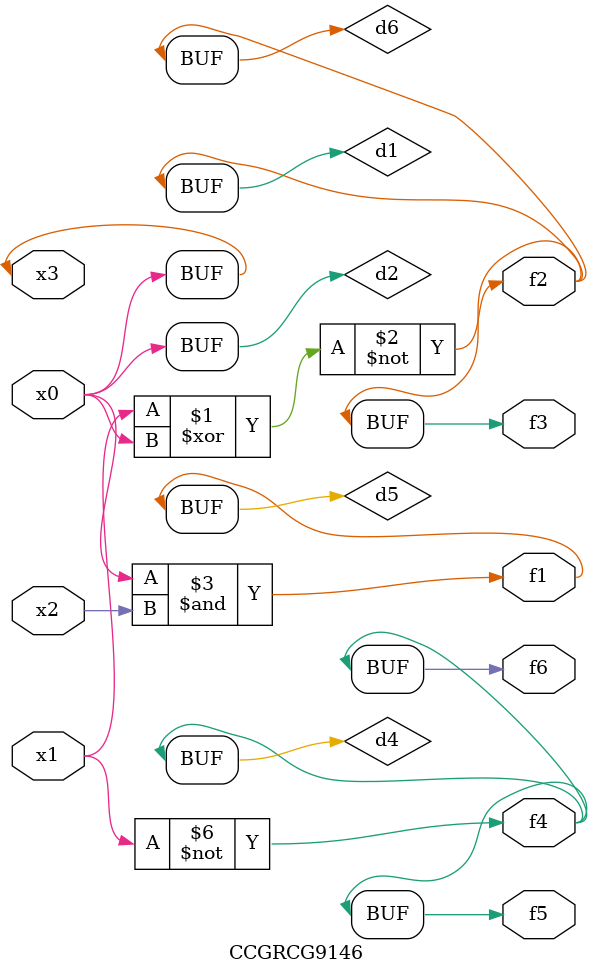
<source format=v>
module CCGRCG9146(
	input x0, x1, x2, x3,
	output f1, f2, f3, f4, f5, f6
);

	wire d1, d2, d3, d4, d5, d6;

	xnor (d1, x1, x3);
	buf (d2, x0, x3);
	nand (d3, x0, x2);
	not (d4, x1);
	nand (d5, d3);
	or (d6, d1);
	assign f1 = d5;
	assign f2 = d6;
	assign f3 = d6;
	assign f4 = d4;
	assign f5 = d4;
	assign f6 = d4;
endmodule

</source>
